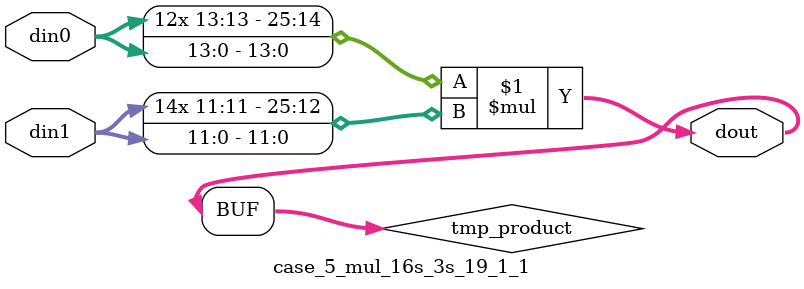
<source format=v>

`timescale 1 ns / 1 ps

 (* use_dsp = "no" *)  module case_5_mul_16s_3s_19_1_1(din0, din1, dout);
parameter ID = 1;
parameter NUM_STAGE = 0;
parameter din0_WIDTH = 14;
parameter din1_WIDTH = 12;
parameter dout_WIDTH = 26;

input [din0_WIDTH - 1 : 0] din0; 
input [din1_WIDTH - 1 : 0] din1; 
output [dout_WIDTH - 1 : 0] dout;

wire signed [dout_WIDTH - 1 : 0] tmp_product;



























assign tmp_product = $signed(din0) * $signed(din1);








assign dout = tmp_product;





















endmodule

</source>
